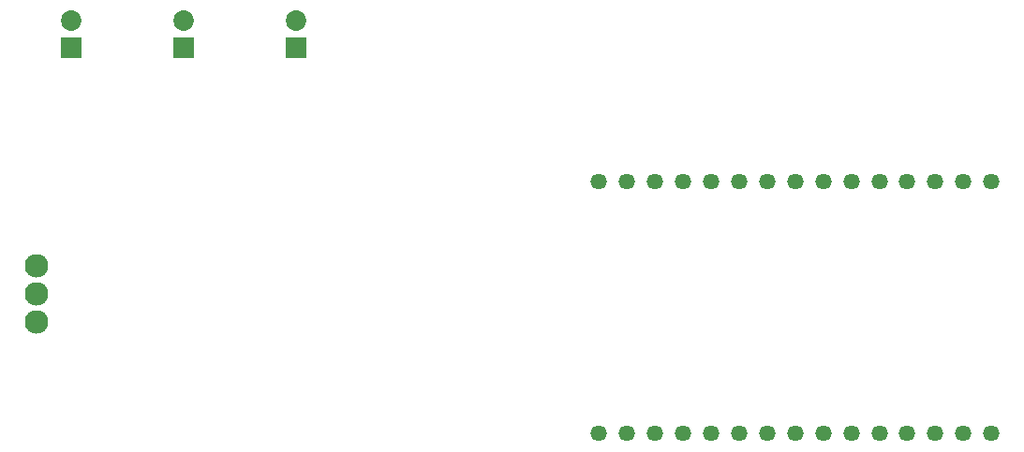
<source format=gts>
G04 MADE WITH FRITZING*
G04 WWW.FRITZING.ORG*
G04 DOUBLE SIDED*
G04 HOLES PLATED*
G04 CONTOUR ON CENTER OF CONTOUR VECTOR*
%ASAXBY*%
%FSLAX23Y23*%
%MOIN*%
%OFA0B0*%
%SFA1.0B1.0*%
%ADD10C,0.083889*%
%ADD11C,0.057829*%
%ADD12C,0.072992*%
%ADD13R,0.072992X0.072992*%
%LNMASK1*%
G90*
G70*
G54D10*
X225Y1202D03*
X225Y1102D03*
X225Y1002D03*
G54D11*
X2426Y1502D03*
X2226Y605D03*
X2326Y605D03*
X2426Y605D03*
X2526Y605D03*
X2625Y605D03*
X2326Y1502D03*
X2226Y1502D03*
X2526Y1502D03*
X2725Y605D03*
X2825Y605D03*
X2925Y605D03*
X3025Y605D03*
X3125Y605D03*
X3225Y605D03*
X3324Y605D03*
X3424Y605D03*
X3524Y605D03*
X3624Y605D03*
X2925Y1502D03*
X3025Y1502D03*
X3125Y1502D03*
X3225Y1502D03*
X3324Y1502D03*
X3424Y1502D03*
X3524Y1502D03*
X3624Y1502D03*
X2625Y1502D03*
X2725Y1502D03*
X2825Y1502D03*
G54D12*
X751Y1977D03*
X751Y2075D03*
X1151Y1977D03*
X1151Y2075D03*
X351Y1977D03*
X351Y2075D03*
G54D13*
X751Y1977D03*
X1151Y1977D03*
X351Y1977D03*
G04 End of Mask1*
M02*
</source>
